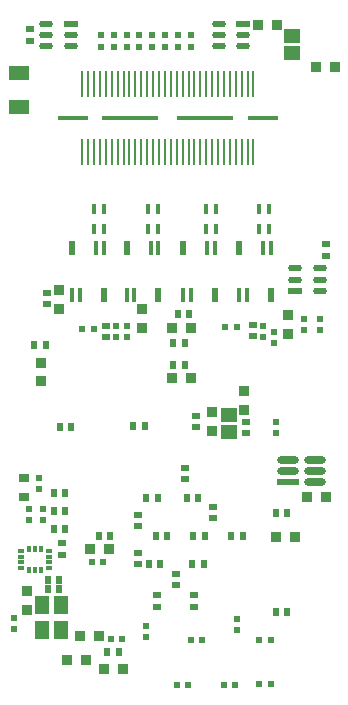
<source format=gbp>
G04*
G04 #@! TF.GenerationSoftware,Altium Limited,Altium Designer,21.0.9 (235)*
G04*
G04 Layer_Color=128*
%FSLAX25Y25*%
%MOIN*%
G70*
G04*
G04 #@! TF.SameCoordinates,4C2DBE1E-8494-471D-9509-704978DB3033*
G04*
G04*
G04 #@! TF.FilePolarity,Positive*
G04*
G01*
G75*
%ADD28R,0.02362X0.02520*%
%ADD29R,0.02520X0.02362*%
%ADD31R,0.02300X0.02000*%
%ADD35R,0.01968X0.02165*%
%ADD36R,0.03740X0.03347*%
%ADD38R,0.02000X0.02300*%
%ADD41R,0.02165X0.01968*%
%ADD42R,0.03347X0.03740*%
%ADD50R,0.03543X0.02953*%
%ADD56R,0.07301X0.02410*%
G04:AMPARAMS|DCode=57|XSize=73.01mil|YSize=24.1mil|CornerRadius=12.05mil|HoleSize=0mil|Usage=FLASHONLY|Rotation=0.000|XOffset=0mil|YOffset=0mil|HoleType=Round|Shape=RoundedRectangle|*
%AMROUNDEDRECTD57*
21,1,0.07301,0.00000,0,0,0.0*
21,1,0.04891,0.02410,0,0,0.0*
1,1,0.02410,0.02445,0.00000*
1,1,0.02410,-0.02445,0.00000*
1,1,0.02410,-0.02445,0.00000*
1,1,0.02410,0.02445,0.00000*
%
%ADD57ROUNDEDRECTD57*%
%ADD124R,0.06890X0.04724*%
%ADD125R,0.01098X0.08937*%
%ADD126R,0.05339X0.04545*%
G04:AMPARAMS|DCode=127|XSize=23.23mil|YSize=13.78mil|CornerRadius=3.45mil|HoleSize=0mil|Usage=FLASHONLY|Rotation=180.000|XOffset=0mil|YOffset=0mil|HoleType=Round|Shape=RoundedRectangle|*
%AMROUNDEDRECTD127*
21,1,0.02323,0.00689,0,0,180.0*
21,1,0.01634,0.01378,0,0,180.0*
1,1,0.00689,-0.00817,0.00345*
1,1,0.00689,0.00817,0.00345*
1,1,0.00689,0.00817,-0.00345*
1,1,0.00689,-0.00817,-0.00345*
%
%ADD127ROUNDEDRECTD127*%
G04:AMPARAMS|DCode=128|XSize=23.23mil|YSize=13.78mil|CornerRadius=3.45mil|HoleSize=0mil|Usage=FLASHONLY|Rotation=270.000|XOffset=0mil|YOffset=0mil|HoleType=Round|Shape=RoundedRectangle|*
%AMROUNDEDRECTD128*
21,1,0.02323,0.00689,0,0,270.0*
21,1,0.01634,0.01378,0,0,270.0*
1,1,0.00689,-0.00345,-0.00817*
1,1,0.00689,-0.00345,0.00817*
1,1,0.00689,0.00345,0.00817*
1,1,0.00689,0.00345,-0.00817*
%
%ADD128ROUNDEDRECTD128*%
%ADD129R,0.01614X0.04724*%
%ADD130R,0.01968X0.04724*%
%ADD131R,0.04745X0.02086*%
G04:AMPARAMS|DCode=132|XSize=47.45mil|YSize=20.86mil|CornerRadius=10.43mil|HoleSize=0mil|Usage=FLASHONLY|Rotation=180.000|XOffset=0mil|YOffset=0mil|HoleType=Round|Shape=RoundedRectangle|*
%AMROUNDEDRECTD132*
21,1,0.04745,0.00000,0,0,180.0*
21,1,0.02659,0.02086,0,0,180.0*
1,1,0.02086,-0.01330,0.00000*
1,1,0.02086,0.01330,0.00000*
1,1,0.02086,0.01330,0.00000*
1,1,0.02086,-0.01330,0.00000*
%
%ADD132ROUNDEDRECTD132*%
%ADD133R,0.18504X0.01693*%
%ADD134R,0.10000X0.01693*%
%ADD135R,0.04724X0.05906*%
%ADD142R,0.01378X0.03543*%
%ADD143R,0.01378X0.03543*%
%ADD144R,0.01378X0.03543*%
%ADD145R,0.01378X0.03543*%
D28*
X25905Y55905D02*
D03*
X22126D02*
D03*
X23890Y35700D02*
D03*
X20110D02*
D03*
X23890Y38700D02*
D03*
X20110D02*
D03*
X43590Y14700D02*
D03*
X39810D02*
D03*
X67244Y127559D02*
D03*
X63465D02*
D03*
X61890Y117717D02*
D03*
X65669D02*
D03*
X61890Y110630D02*
D03*
X65669D02*
D03*
X15510Y117100D02*
D03*
X19290D02*
D03*
X22126Y61811D02*
D03*
X25905D02*
D03*
X22126Y67716D02*
D03*
X25905D02*
D03*
X66280Y66241D02*
D03*
X70060D02*
D03*
X24094Y89764D02*
D03*
X27874D02*
D03*
X59764Y53543D02*
D03*
X55984D02*
D03*
X99921Y61024D02*
D03*
X96142D02*
D03*
X48504Y90158D02*
D03*
X52284D02*
D03*
X84961Y53543D02*
D03*
X81181D02*
D03*
X99921Y28346D02*
D03*
X96142D02*
D03*
X57402Y44094D02*
D03*
X53622D02*
D03*
X68583Y53543D02*
D03*
X72362D02*
D03*
X68189Y44094D02*
D03*
X71969D02*
D03*
X37087Y53543D02*
D03*
X40866D02*
D03*
X52835Y66142D02*
D03*
X56614D02*
D03*
D29*
X112598Y146929D02*
D03*
Y150709D02*
D03*
X14095Y222362D02*
D03*
Y218583D02*
D03*
X88583Y123937D02*
D03*
Y120158D02*
D03*
X39370Y123543D02*
D03*
Y119764D02*
D03*
X19700Y134679D02*
D03*
Y130900D02*
D03*
X24803Y47323D02*
D03*
Y51102D02*
D03*
X50000Y56772D02*
D03*
Y60551D02*
D03*
X86221Y91654D02*
D03*
Y87874D02*
D03*
X69291Y93622D02*
D03*
Y89842D02*
D03*
X56299Y29921D02*
D03*
Y33701D02*
D03*
X68898Y30000D02*
D03*
Y33779D02*
D03*
X50000Y47953D02*
D03*
Y44173D02*
D03*
X62598Y40866D02*
D03*
Y37087D02*
D03*
X75197Y63307D02*
D03*
Y59527D02*
D03*
X65748Y76299D02*
D03*
Y72520D02*
D03*
D31*
X42100Y220404D02*
D03*
Y216604D02*
D03*
X13681Y58730D02*
D03*
Y62530D02*
D03*
X18323D02*
D03*
Y58730D02*
D03*
X46457Y220404D02*
D03*
Y216604D02*
D03*
X50394Y220404D02*
D03*
Y216604D02*
D03*
X54724D02*
D03*
Y220404D02*
D03*
X8600Y26300D02*
D03*
Y22500D02*
D03*
X96063Y91664D02*
D03*
Y87864D02*
D03*
X59055Y220404D02*
D03*
Y216604D02*
D03*
X63386Y220404D02*
D03*
Y216604D02*
D03*
X67716Y220404D02*
D03*
Y216604D02*
D03*
X37800Y220404D02*
D03*
Y216604D02*
D03*
X110630Y125916D02*
D03*
Y122116D02*
D03*
X105512Y125916D02*
D03*
Y122116D02*
D03*
X83071Y22116D02*
D03*
Y25916D02*
D03*
D35*
X78839Y3937D02*
D03*
X82579D02*
D03*
X90551Y4331D02*
D03*
X94291D02*
D03*
X90551Y18898D02*
D03*
X94291D02*
D03*
X71555D02*
D03*
X67815D02*
D03*
D36*
X12992Y35039D02*
D03*
Y28740D02*
D03*
X100000Y127165D02*
D03*
Y120866D02*
D03*
X51575Y129134D02*
D03*
Y122835D02*
D03*
X17800Y105050D02*
D03*
Y111350D02*
D03*
X23900Y135450D02*
D03*
Y129150D02*
D03*
X74803Y94882D02*
D03*
Y88583D02*
D03*
X85433Y101969D02*
D03*
Y95669D02*
D03*
D38*
X38514Y44882D02*
D03*
X34714D02*
D03*
X79202Y123228D02*
D03*
X83002D02*
D03*
X35365Y122441D02*
D03*
X31565D02*
D03*
X44813Y19291D02*
D03*
X41013D02*
D03*
X66861Y3937D02*
D03*
X63061D02*
D03*
D41*
X52756Y19783D02*
D03*
Y23524D02*
D03*
X17240Y69034D02*
D03*
Y72774D02*
D03*
X91732Y119770D02*
D03*
Y123510D02*
D03*
X95276Y117900D02*
D03*
Y121640D02*
D03*
X46457Y119783D02*
D03*
Y123524D02*
D03*
X42913Y119783D02*
D03*
Y123524D02*
D03*
D42*
X109449Y209842D02*
D03*
X115748D02*
D03*
X37150Y20200D02*
D03*
X30850D02*
D03*
X32846Y12036D02*
D03*
X26546D02*
D03*
X45050Y9200D02*
D03*
X38750D02*
D03*
X40551Y49213D02*
D03*
X34252D02*
D03*
X96063Y53150D02*
D03*
X102362D02*
D03*
X67716Y122835D02*
D03*
X61417D02*
D03*
X106299Y66535D02*
D03*
X112598D02*
D03*
X61417Y106299D02*
D03*
X67716D02*
D03*
X90158Y224016D02*
D03*
X96457D02*
D03*
D50*
X12205Y72835D02*
D03*
Y66535D02*
D03*
D56*
X100196Y71457D02*
D03*
D57*
Y75197D02*
D03*
Y78937D02*
D03*
X109253D02*
D03*
Y75197D02*
D03*
Y71457D02*
D03*
D124*
X10300Y207809D02*
D03*
Y196391D02*
D03*
D125*
X88583Y181634D02*
D03*
X86614D02*
D03*
X84646D02*
D03*
Y204193D02*
D03*
X82677D02*
D03*
X86614D02*
D03*
X78740D02*
D03*
X76772D02*
D03*
X80709D02*
D03*
X88583D02*
D03*
X66929D02*
D03*
X64961D02*
D03*
X68898D02*
D03*
X61024D02*
D03*
X59055D02*
D03*
X62992D02*
D03*
X72835D02*
D03*
X70866D02*
D03*
X74803D02*
D03*
X78740Y181634D02*
D03*
X80709D02*
D03*
X82677D02*
D03*
X64961D02*
D03*
X62992D02*
D03*
X66929D02*
D03*
X59055D02*
D03*
X57087D02*
D03*
X61024D02*
D03*
X74803D02*
D03*
X72835D02*
D03*
X76772D02*
D03*
X68898D02*
D03*
X70866D02*
D03*
X49213Y204193D02*
D03*
X47244D02*
D03*
X51181D02*
D03*
X45276D02*
D03*
X55118D02*
D03*
X53150D02*
D03*
X57087D02*
D03*
X39370D02*
D03*
X37402D02*
D03*
X41339D02*
D03*
X33465D02*
D03*
X31496D02*
D03*
X35433D02*
D03*
X43307D02*
D03*
X49213Y181634D02*
D03*
X47244D02*
D03*
X51181D02*
D03*
X43307D02*
D03*
X45276D02*
D03*
X53150D02*
D03*
X55118D02*
D03*
X31496D02*
D03*
X33465D02*
D03*
X39370D02*
D03*
X37402D02*
D03*
X41339D02*
D03*
X35433D02*
D03*
D126*
X101575Y220187D02*
D03*
Y214471D02*
D03*
X80315Y88087D02*
D03*
Y93803D02*
D03*
D127*
X20335Y44691D02*
D03*
Y48628D02*
D03*
Y46660D02*
D03*
Y42723D02*
D03*
X11161Y48628D02*
D03*
Y46660D02*
D03*
Y44691D02*
D03*
Y42723D02*
D03*
D128*
X15748Y49278D02*
D03*
X17717D02*
D03*
Y42073D02*
D03*
X15748D02*
D03*
X13780Y49278D02*
D03*
Y42073D02*
D03*
D129*
X73228Y149567D02*
D03*
X75787D02*
D03*
X67716Y133898D02*
D03*
X65158D02*
D03*
X91826Y149567D02*
D03*
X94385D02*
D03*
X86314Y133898D02*
D03*
X83755D02*
D03*
X56890Y149567D02*
D03*
X54331D02*
D03*
X46260Y133898D02*
D03*
X48819D02*
D03*
X38780Y149567D02*
D03*
X36220D02*
D03*
X28150Y133898D02*
D03*
X30709D02*
D03*
D130*
X75787D02*
D03*
X65158Y149567D02*
D03*
X94385Y133898D02*
D03*
X83755Y149567D02*
D03*
X46260D02*
D03*
X56890Y133898D02*
D03*
X28150Y149567D02*
D03*
X38780Y133898D02*
D03*
D131*
X27758Y224213D02*
D03*
X85238D02*
D03*
X102557Y135236D02*
D03*
D132*
X27758Y216732D02*
D03*
Y220472D02*
D03*
X19486D02*
D03*
Y224213D02*
D03*
Y216732D02*
D03*
X85238D02*
D03*
Y220472D02*
D03*
X76967D02*
D03*
Y224213D02*
D03*
Y216732D02*
D03*
X102557Y138976D02*
D03*
Y142717D02*
D03*
X110829D02*
D03*
Y138976D02*
D03*
Y135236D02*
D03*
D133*
X72539Y192913D02*
D03*
X47539D02*
D03*
D134*
X91791D02*
D03*
X28287D02*
D03*
D135*
X24409Y30551D02*
D03*
X18110D02*
D03*
Y22205D02*
D03*
X24409D02*
D03*
D142*
X72736Y162401D02*
D03*
X35335D02*
D03*
X53445D02*
D03*
D143*
X72736Y155709D02*
D03*
X76082Y162401D02*
D03*
X93799Y155709D02*
D03*
X35335Y155709D02*
D03*
X38681Y162401D02*
D03*
X56791D02*
D03*
X53445Y155709D02*
D03*
D144*
X76082Y155709D02*
D03*
X93799Y162401D02*
D03*
X90453Y155709D02*
D03*
X38681Y155709D02*
D03*
X56791D02*
D03*
D145*
X90453Y162401D02*
D03*
M02*

</source>
